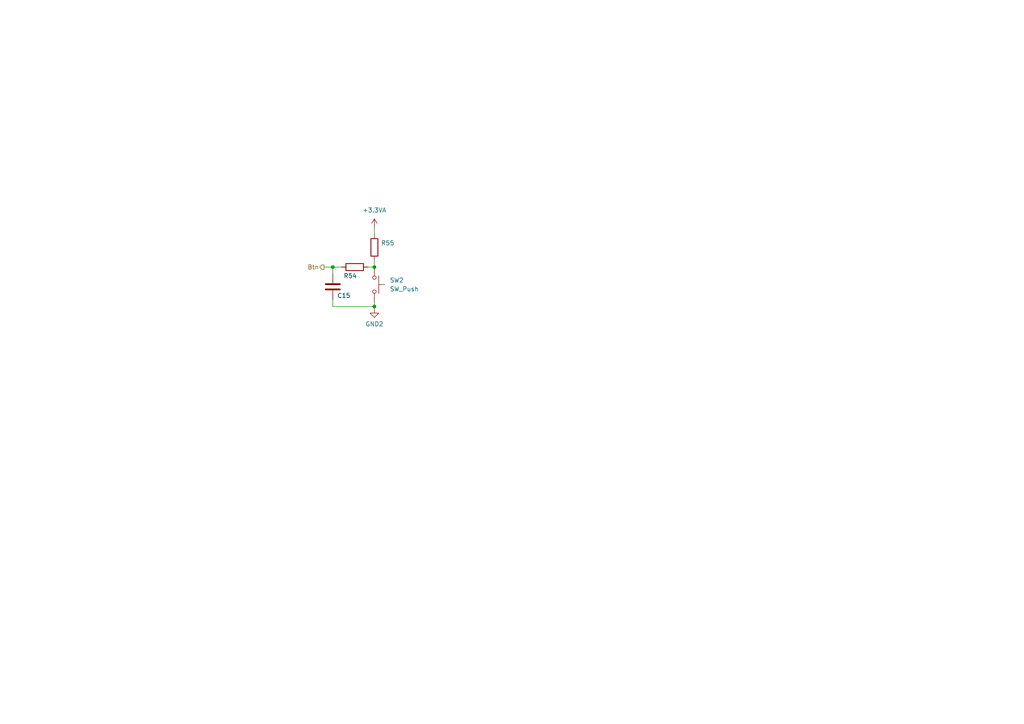
<source format=kicad_sch>
(kicad_sch (version 20211123) (generator eeschema)

  (uuid ee0f3e84-5a12-4e1d-9f31-7052402f7de0)

  (paper "A4")

  (lib_symbols
    (symbol "Switch:SW_Push" (pin_numbers hide) (pin_names (offset 1.016) hide) (in_bom yes) (on_board yes)
      (property "Reference" "SW" (id 0) (at 1.27 2.54 0)
        (effects (font (size 1.27 1.27)) (justify left))
      )
      (property "Value" "SW_Push" (id 1) (at 0 -1.524 0)
        (effects (font (size 1.27 1.27)))
      )
      (property "Footprint" "" (id 2) (at 0 5.08 0)
        (effects (font (size 1.27 1.27)) hide)
      )
      (property "Datasheet" "~" (id 3) (at 0 5.08 0)
        (effects (font (size 1.27 1.27)) hide)
      )
      (property "ki_keywords" "switch normally-open pushbutton push-button" (id 4) (at 0 0 0)
        (effects (font (size 1.27 1.27)) hide)
      )
      (property "ki_description" "Push button switch, generic, two pins" (id 5) (at 0 0 0)
        (effects (font (size 1.27 1.27)) hide)
      )
      (symbol "SW_Push_0_1"
        (circle (center -2.032 0) (radius 0.508)
          (stroke (width 0) (type default) (color 0 0 0 0))
          (fill (type none))
        )
        (polyline
          (pts
            (xy 0 1.27)
            (xy 0 3.048)
          )
          (stroke (width 0) (type default) (color 0 0 0 0))
          (fill (type none))
        )
        (polyline
          (pts
            (xy 2.54 1.27)
            (xy -2.54 1.27)
          )
          (stroke (width 0) (type default) (color 0 0 0 0))
          (fill (type none))
        )
        (circle (center 2.032 0) (radius 0.508)
          (stroke (width 0) (type default) (color 0 0 0 0))
          (fill (type none))
        )
        (pin passive line (at -5.08 0 0) (length 2.54)
          (name "1" (effects (font (size 1.27 1.27))))
          (number "1" (effects (font (size 1.27 1.27))))
        )
        (pin passive line (at 5.08 0 180) (length 2.54)
          (name "2" (effects (font (size 1.27 1.27))))
          (number "2" (effects (font (size 1.27 1.27))))
        )
      )
    )
    (symbol "eurorack:C-100nF-0805" (pin_numbers hide) (pin_names (offset 0.254)) (in_bom yes) (on_board yes)
      (property "Reference" "C" (id 0) (at 0.635 2.54 0)
        (effects (font (size 1.27 1.27)) (justify left))
      )
      (property "Value" "C-100nF-0805" (id 1) (at 0.635 -2.54 0)
        (effects (font (size 1.27 1.27)) (justify left))
      )
      (property "Footprint" "Capacitor_SMD:C_0805_2012Metric_Pad1.18x1.45mm_HandSolder" (id 2) (at 0.9652 -3.81 0)
        (effects (font (size 1.27 1.27)) hide)
      )
      (property "Datasheet" "https://secure.reichelt.com/at/en/smd-multilayer-ceramic-capacitor-100-n-10--x7r-g0805-100n-p31879.html?&nbc=1" (id 3) (at 0 0 0)
        (effects (font (size 1.27 1.27)) hide)
      )
      (property "ki_keywords" "cap capacitor" (id 4) (at 0 0 0)
        (effects (font (size 1.27 1.27)) hide)
      )
      (property "ki_description" "Unpolarized capacitor" (id 5) (at 0 0 0)
        (effects (font (size 1.27 1.27)) hide)
      )
      (property "ki_fp_filters" "C_*" (id 6) (at 0 0 0)
        (effects (font (size 1.27 1.27)) hide)
      )
      (symbol "C-100nF-0805_0_1"
        (polyline
          (pts
            (xy -2.032 -0.762)
            (xy 2.032 -0.762)
          )
          (stroke (width 0.508) (type default) (color 0 0 0 0))
          (fill (type none))
        )
        (polyline
          (pts
            (xy -2.032 0.762)
            (xy 2.032 0.762)
          )
          (stroke (width 0.508) (type default) (color 0 0 0 0))
          (fill (type none))
        )
      )
      (symbol "C-100nF-0805_1_1"
        (pin passive line (at 0 3.81 270) (length 2.794)
          (name "~" (effects (font (size 1.27 1.27))))
          (number "1" (effects (font (size 1.27 1.27))))
        )
        (pin passive line (at 0 -3.81 90) (length 2.794)
          (name "~" (effects (font (size 1.27 1.27))))
          (number "2" (effects (font (size 1.27 1.27))))
        )
      )
    )
    (symbol "eurorack:R-100-1206" (pin_numbers hide) (pin_names (offset 0)) (in_bom yes) (on_board yes)
      (property "Reference" "R" (id 0) (at 2.032 0 90)
        (effects (font (size 1.27 1.27)))
      )
      (property "Value" "R-100-1206" (id 1) (at -2.54 0 90)
        (effects (font (size 1.27 1.27)))
      )
      (property "Footprint" "Resistor_SMD:R_1206_3216Metric_Pad1.30x1.75mm_HandSolder" (id 2) (at -1.778 0 90)
        (effects (font (size 1.27 1.27)) hide)
      )
      (property "Datasheet" "https://www.reichelt.com/at/en/smd-chip-resistor-type-1206-100-ohm-smd-1-4w-100-p18242.html?&trstct=pos_2&nbc=1" (id 3) (at 0 0 0)
        (effects (font (size 1.27 1.27)) hide)
      )
      (property "P" "1/4W" (id 4) (at 0 0 0)
        (effects (font (size 1.27 1.27)))
      )
      (property "ki_keywords" "R res resistor" (id 5) (at 0 0 0)
        (effects (font (size 1.27 1.27)) hide)
      )
      (property "ki_description" "Resistor" (id 6) (at 0 0 0)
        (effects (font (size 1.27 1.27)) hide)
      )
      (property "ki_fp_filters" "R_*" (id 7) (at 0 0 0)
        (effects (font (size 1.27 1.27)) hide)
      )
      (symbol "R-100-1206_0_1"
        (rectangle (start -1.016 -2.54) (end 1.016 2.54)
          (stroke (width 0.254) (type default) (color 0 0 0 0))
          (fill (type none))
        )
      )
      (symbol "R-100-1206_1_1"
        (pin passive line (at 0 3.81 270) (length 1.27)
          (name "~" (effects (font (size 1.27 1.27))))
          (number "1" (effects (font (size 1.27 1.27))))
        )
        (pin passive line (at 0 -3.81 90) (length 1.27)
          (name "~" (effects (font (size 1.27 1.27))))
          (number "2" (effects (font (size 1.27 1.27))))
        )
      )
    )
    (symbol "eurorack:R-10k-1206" (pin_numbers hide) (pin_names (offset 0)) (in_bom yes) (on_board yes)
      (property "Reference" "R" (id 0) (at 2.032 0 90)
        (effects (font (size 1.27 1.27)))
      )
      (property "Value" "R-10k-1206" (id 1) (at -2.54 0 90)
        (effects (font (size 1.27 1.27)))
      )
      (property "Footprint" "Resistor_SMD:R_1206_3216Metric_Pad1.30x1.75mm_HandSolder" (id 2) (at -1.778 0 90)
        (effects (font (size 1.27 1.27)) hide)
      )
      (property "Datasheet" "https://secure.reichelt.com/at/en/smd-chip-resistor-type-1206-10-k-ohm-smd-1-4w-10k-p18244.html?&nbc=1" (id 3) (at 0 0 0)
        (effects (font (size 1.27 1.27)) hide)
      )
      (property "P" "1/4W" (id 4) (at 0 0 0)
        (effects (font (size 1.27 1.27)) hide)
      )
      (property "ki_keywords" "R res resistor" (id 5) (at 0 0 0)
        (effects (font (size 1.27 1.27)) hide)
      )
      (property "ki_description" "Resistor" (id 6) (at 0 0 0)
        (effects (font (size 1.27 1.27)) hide)
      )
      (property "ki_fp_filters" "R_*" (id 7) (at 0 0 0)
        (effects (font (size 1.27 1.27)) hide)
      )
      (symbol "R-10k-1206_0_1"
        (rectangle (start -1.016 -2.54) (end 1.016 2.54)
          (stroke (width 0.254) (type default) (color 0 0 0 0))
          (fill (type none))
        )
      )
      (symbol "R-10k-1206_1_1"
        (pin passive line (at 0 3.81 270) (length 1.27)
          (name "~" (effects (font (size 1.27 1.27))))
          (number "1" (effects (font (size 1.27 1.27))))
        )
        (pin passive line (at 0 -3.81 90) (length 1.27)
          (name "~" (effects (font (size 1.27 1.27))))
          (number "2" (effects (font (size 1.27 1.27))))
        )
      )
    )
    (symbol "power:+3.3VA" (power) (pin_names (offset 0)) (in_bom yes) (on_board yes)
      (property "Reference" "#PWR" (id 0) (at 0 -3.81 0)
        (effects (font (size 1.27 1.27)) hide)
      )
      (property "Value" "+3.3VA" (id 1) (at 0 3.556 0)
        (effects (font (size 1.27 1.27)))
      )
      (property "Footprint" "" (id 2) (at 0 0 0)
        (effects (font (size 1.27 1.27)) hide)
      )
      (property "Datasheet" "" (id 3) (at 0 0 0)
        (effects (font (size 1.27 1.27)) hide)
      )
      (property "ki_keywords" "power-flag" (id 4) (at 0 0 0)
        (effects (font (size 1.27 1.27)) hide)
      )
      (property "ki_description" "Power symbol creates a global label with name \"+3.3VA\"" (id 5) (at 0 0 0)
        (effects (font (size 1.27 1.27)) hide)
      )
      (symbol "+3.3VA_0_1"
        (polyline
          (pts
            (xy -0.762 1.27)
            (xy 0 2.54)
          )
          (stroke (width 0) (type default) (color 0 0 0 0))
          (fill (type none))
        )
        (polyline
          (pts
            (xy 0 0)
            (xy 0 2.54)
          )
          (stroke (width 0) (type default) (color 0 0 0 0))
          (fill (type none))
        )
        (polyline
          (pts
            (xy 0 2.54)
            (xy 0.762 1.27)
          )
          (stroke (width 0) (type default) (color 0 0 0 0))
          (fill (type none))
        )
      )
      (symbol "+3.3VA_1_1"
        (pin power_in line (at 0 0 90) (length 0) hide
          (name "+3.3VA" (effects (font (size 1.27 1.27))))
          (number "1" (effects (font (size 1.27 1.27))))
        )
      )
    )
    (symbol "power:GND2" (power) (pin_names (offset 0)) (in_bom yes) (on_board yes)
      (property "Reference" "#PWR" (id 0) (at 0 -6.35 0)
        (effects (font (size 1.27 1.27)) hide)
      )
      (property "Value" "GND2" (id 1) (at 0 -3.81 0)
        (effects (font (size 1.27 1.27)))
      )
      (property "Footprint" "" (id 2) (at 0 0 0)
        (effects (font (size 1.27 1.27)) hide)
      )
      (property "Datasheet" "" (id 3) (at 0 0 0)
        (effects (font (size 1.27 1.27)) hide)
      )
      (property "ki_keywords" "power-flag" (id 4) (at 0 0 0)
        (effects (font (size 1.27 1.27)) hide)
      )
      (property "ki_description" "Power symbol creates a global label with name \"GND2\" , ground" (id 5) (at 0 0 0)
        (effects (font (size 1.27 1.27)) hide)
      )
      (symbol "GND2_0_1"
        (polyline
          (pts
            (xy 0 0)
            (xy 0 -1.27)
            (xy 1.27 -1.27)
            (xy 0 -2.54)
            (xy -1.27 -1.27)
            (xy 0 -1.27)
          )
          (stroke (width 0) (type default) (color 0 0 0 0))
          (fill (type none))
        )
      )
      (symbol "GND2_1_1"
        (pin power_in line (at 0 0 270) (length 0) hide
          (name "GND2" (effects (font (size 1.27 1.27))))
          (number "1" (effects (font (size 1.27 1.27))))
        )
      )
    )
  )

  (junction (at 108.585 88.9) (diameter 0) (color 0 0 0 0)
    (uuid 0be89af7-14db-497f-966b-5719f465b9dc)
  )
  (junction (at 96.52 77.47) (diameter 0) (color 0 0 0 0)
    (uuid 17268e24-9a03-492a-94fc-a6080eb38235)
  )
  (junction (at 108.585 77.47) (diameter 0) (color 0 0 0 0)
    (uuid 3a12357c-45e8-45c5-bf25-e318ee4b0e3b)
  )

  (wire (pts (xy 108.585 66.04) (xy 108.585 67.945))
    (stroke (width 0) (type default) (color 0 0 0 0))
    (uuid 07cd3188-9f6a-4faa-aeb8-1033aa4628ad)
  )
  (wire (pts (xy 96.52 79.375) (xy 96.52 77.47))
    (stroke (width 0) (type default) (color 0 0 0 0))
    (uuid 4097a203-760e-4850-9e1b-92ceefdd3ce0)
  )
  (wire (pts (xy 96.52 77.47) (xy 99.06 77.47))
    (stroke (width 0) (type default) (color 0 0 0 0))
    (uuid 4b03cbe3-dede-4b6f-bdbc-e6a6e20ebbf4)
  )
  (wire (pts (xy 106.68 77.47) (xy 108.585 77.47))
    (stroke (width 0) (type default) (color 0 0 0 0))
    (uuid 625028d5-2dc0-407c-b9d0-b1f98d25cffa)
  )
  (wire (pts (xy 108.585 88.9) (xy 108.585 89.535))
    (stroke (width 0) (type default) (color 0 0 0 0))
    (uuid 6ece7b31-e613-4f3f-8ebb-4f6e8bb8a0ab)
  )
  (wire (pts (xy 108.585 87.63) (xy 108.585 88.9))
    (stroke (width 0) (type default) (color 0 0 0 0))
    (uuid 9ea094a0-c179-4766-9db1-122e5b2472a8)
  )
  (wire (pts (xy 96.52 86.995) (xy 96.52 88.9))
    (stroke (width 0) (type default) (color 0 0 0 0))
    (uuid c561f895-2ad7-4f00-8fab-01cb792f11b4)
  )
  (wire (pts (xy 93.98 77.47) (xy 96.52 77.47))
    (stroke (width 0) (type default) (color 0 0 0 0))
    (uuid d27866a2-e03f-4485-9b72-ee05775823e3)
  )
  (wire (pts (xy 108.585 75.565) (xy 108.585 77.47))
    (stroke (width 0) (type default) (color 0 0 0 0))
    (uuid e63ccdec-a74f-41d5-b622-a5a44afcc554)
  )
  (wire (pts (xy 96.52 88.9) (xy 108.585 88.9))
    (stroke (width 0) (type default) (color 0 0 0 0))
    (uuid fd0d9950-a490-4cd5-9613-f2156225894a)
  )

  (hierarchical_label "Btn" (shape output) (at 93.98 77.47 180)
    (effects (font (size 1.27 1.27)) (justify right))
    (uuid b861b148-5ccc-4702-888c-74b84c1790d6)
  )

  (symbol (lib_id "Switch:SW_Push") (at 108.585 82.55 270) (unit 1)
    (in_bom yes) (on_board yes) (fields_autoplaced)
    (uuid 6146eab9-fca2-4bb4-bc11-0a211214f1c3)
    (property "Reference" "SW2" (id 0) (at 113.03 81.2799 90)
      (effects (font (size 1.27 1.27)) (justify left))
    )
    (property "Value" "SW_Push" (id 1) (at 113.03 83.8199 90)
      (effects (font (size 1.27 1.27)) (justify left))
    )
    (property "Footprint" "Button_Switch_SMD:SW_Push_1P1T_NO_6x6mm_H9.5mm" (id 2) (at 113.665 82.55 0)
      (effects (font (size 1.27 1.27)) hide)
    )
    (property "Datasheet" "~" (id 3) (at 113.665 82.55 0)
      (effects (font (size 1.27 1.27)) hide)
    )
    (pin "1" (uuid 179fd1ce-179f-48a3-aea8-329427a4adbe))
    (pin "2" (uuid e05b7cfa-a126-4de7-a891-69e35c32483e))
  )

  (symbol (lib_id "power:GND2") (at 108.585 89.535 0) (unit 1)
    (in_bom yes) (on_board yes) (fields_autoplaced)
    (uuid 6423193f-3b65-4dcd-afcf-90820a8f0278)
    (property "Reference" "#PWR0214" (id 0) (at 108.585 95.885 0)
      (effects (font (size 1.27 1.27)) hide)
    )
    (property "Value" "GND2" (id 1) (at 108.585 93.98 0))
    (property "Footprint" "" (id 2) (at 108.585 89.535 0)
      (effects (font (size 1.27 1.27)) hide)
    )
    (property "Datasheet" "" (id 3) (at 108.585 89.535 0)
      (effects (font (size 1.27 1.27)) hide)
    )
    (pin "1" (uuid f83b7eb5-0999-48d0-8235-566345cc87af))
  )

  (symbol (lib_id "eurorack:R-10k-1206") (at 108.585 71.755 0) (unit 1)
    (in_bom yes) (on_board yes) (fields_autoplaced)
    (uuid b25517cb-8e42-49de-9b58-c637dbdea4dd)
    (property "Reference" "R55" (id 0) (at 110.49 70.4849 0)
      (effects (font (size 1.27 1.27)) (justify left))
    )
    (property "Value" "" (id 1) (at 110.49 73.0249 0)
      (effects (font (size 1.27 1.27)) (justify left))
    )
    (property "Footprint" "" (id 2) (at 106.807 71.755 90)
      (effects (font (size 1.27 1.27)) hide)
    )
    (property "Datasheet" "https://secure.reichelt.com/at/en/smd-chip-resistor-type-1206-10-k-ohm-smd-1-4w-10k-p18244.html?&nbc=1" (id 3) (at 108.585 71.755 0)
      (effects (font (size 1.27 1.27)) hide)
    )
    (property "P" "1/4W" (id 4) (at 108.585 71.755 0)
      (effects (font (size 1.27 1.27)) hide)
    )
    (pin "1" (uuid 13c319b1-fad2-4bb6-bfb1-e351130e5cd3))
    (pin "2" (uuid 68af0a1c-fc44-47c5-a4fc-347a137bfc49))
  )

  (symbol (lib_id "power:+3.3VA") (at 108.585 66.04 0) (unit 1)
    (in_bom yes) (on_board yes) (fields_autoplaced)
    (uuid dcaf0d43-248e-43e2-958a-8e68e8319c2c)
    (property "Reference" "#PWR0213" (id 0) (at 108.585 69.85 0)
      (effects (font (size 1.27 1.27)) hide)
    )
    (property "Value" "" (id 1) (at 108.585 60.96 0))
    (property "Footprint" "" (id 2) (at 108.585 66.04 0)
      (effects (font (size 1.27 1.27)) hide)
    )
    (property "Datasheet" "" (id 3) (at 108.585 66.04 0)
      (effects (font (size 1.27 1.27)) hide)
    )
    (pin "1" (uuid 0fcbeafe-0c3e-4978-8a1d-688078e91537))
  )

  (symbol (lib_id "eurorack:C-100nF-0805") (at 96.52 83.185 0) (unit 1)
    (in_bom yes) (on_board yes)
    (uuid e67072f5-b3a9-4858-aa7e-36adff1f51b7)
    (property "Reference" "C15" (id 0) (at 97.79 85.725 0)
      (effects (font (size 1.27 1.27)) (justify left))
    )
    (property "Value" "" (id 1) (at 92.71 93.98 90)
      (effects (font (size 1.27 1.27)) (justify left))
    )
    (property "Footprint" "" (id 2) (at 97.4852 86.995 0)
      (effects (font (size 1.27 1.27)) hide)
    )
    (property "Datasheet" "https://secure.reichelt.com/at/en/smd-multilayer-ceramic-capacitor-100-n-10--x7r-g0805-100n-p31879.html?&nbc=1" (id 3) (at 96.52 83.185 0)
      (effects (font (size 1.27 1.27)) hide)
    )
    (pin "1" (uuid 2c12004b-da16-43ef-bdfd-3424627102ad))
    (pin "2" (uuid b1cb554d-4586-44d1-878c-b3579b410148))
  )

  (symbol (lib_id "eurorack:R-100-1206") (at 102.87 77.47 270) (unit 1)
    (in_bom yes) (on_board yes)
    (uuid f18dc5db-c3f6-4cc5-b7a7-f03fe7dfaff3)
    (property "Reference" "R54" (id 0) (at 101.6 80.01 90))
    (property "Value" "" (id 1) (at 99.06 74.93 90))
    (property "Footprint" "" (id 2) (at 102.87 75.692 90)
      (effects (font (size 1.27 1.27)) hide)
    )
    (property "Datasheet" "https://www.reichelt.com/at/en/smd-chip-resistor-type-1206-100-ohm-smd-1-4w-100-p18242.html?&trstct=pos_2&nbc=1" (id 3) (at 102.87 77.47 0)
      (effects (font (size 1.27 1.27)) hide)
    )
    (property "P" "1/4W" (id 4) (at 102.87 73.66 90)
      (effects (font (size 1.27 1.27)) hide)
    )
    (pin "1" (uuid 3501f945-dec2-4e10-87d7-67475ac9ebb9))
    (pin "2" (uuid 90e44778-8980-48d9-9125-9a04f8acfa37))
  )
)

</source>
